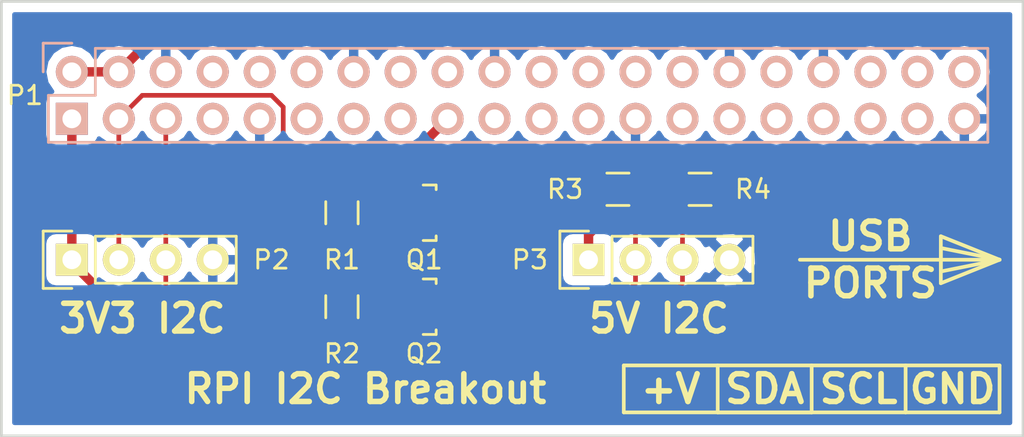
<source format=kicad_pcb>
(kicad_pcb (version 4) (host pcbnew 4.0.4+dfsg1-stable)

  (general
    (links 29)
    (no_connects 0)
    (area 147.244999 71.679999 202.640001 95.325001)
    (thickness 1.6)
    (drawings 36)
    (tracks 62)
    (zones 0)
    (modules 9)
    (nets 34)
  )

  (page A4)
  (layers
    (0 F.Cu signal)
    (31 B.Cu signal)
    (32 B.Adhes user)
    (33 F.Adhes user)
    (34 B.Paste user)
    (35 F.Paste user)
    (36 B.SilkS user)
    (37 F.SilkS user)
    (38 B.Mask user)
    (39 F.Mask user)
    (40 Dwgs.User user)
    (41 Cmts.User user)
    (42 Eco1.User user)
    (43 Eco2.User user)
    (44 Edge.Cuts user)
    (45 Margin user)
    (46 B.CrtYd user)
    (47 F.CrtYd user)
    (48 B.Fab user hide)
    (49 F.Fab user hide)
  )

  (setup
    (last_trace_width 0.254)
    (trace_clearance 0.2032)
    (zone_clearance 0.508)
    (zone_45_only no)
    (trace_min 0.2032)
    (segment_width 0.2)
    (edge_width 0.15)
    (via_size 0.635)
    (via_drill 0.3302)
    (via_min_size 0.635)
    (via_min_drill 0.3302)
    (uvia_size 0.635)
    (uvia_drill 0.3302)
    (uvias_allowed no)
    (uvia_min_size 0)
    (uvia_min_drill 0)
    (pcb_text_width 0.3)
    (pcb_text_size 1.5 1.5)
    (mod_edge_width 0.15)
    (mod_text_size 0.5 0.5)
    (mod_text_width 0.125)
    (pad_size 1.7272 1.7272)
    (pad_drill 1.016)
    (pad_to_mask_clearance 0.2)
    (aux_axis_origin 0 0)
    (visible_elements FFFFFF7F)
    (pcbplotparams
      (layerselection 0x00030_80000001)
      (usegerberextensions false)
      (excludeedgelayer true)
      (linewidth 0.100000)
      (plotframeref false)
      (viasonmask false)
      (mode 1)
      (useauxorigin false)
      (hpglpennumber 1)
      (hpglpenspeed 20)
      (hpglpendiameter 15)
      (hpglpenoverlay 2)
      (psnegative false)
      (psa4output false)
      (plotreference true)
      (plotvalue true)
      (plotinvisibletext false)
      (padsonsilk false)
      (subtractmaskfromsilk false)
      (outputformat 1)
      (mirror false)
      (drillshape 1)
      (scaleselection 1)
      (outputdirectory ""))
  )

  (net 0 "")
  (net 1 +3V3)
  (net 2 +5V)
  (net 3 /SDA1)
  (net 4 /SCL1)
  (net 5 GND)
  (net 6 "Net-(P1-Pad7)")
  (net 7 "Net-(P1-Pad8)")
  (net 8 "Net-(P1-Pad10)")
  (net 9 "Net-(P1-Pad11)")
  (net 10 "Net-(P1-Pad12)")
  (net 11 "Net-(P1-Pad13)")
  (net 12 "Net-(P1-Pad15)")
  (net 13 "Net-(P1-Pad16)")
  (net 14 "Net-(P1-Pad18)")
  (net 15 "Net-(P1-Pad19)")
  (net 16 "Net-(P1-Pad21)")
  (net 17 "Net-(P1-Pad22)")
  (net 18 "Net-(P1-Pad23)")
  (net 19 "Net-(P1-Pad24)")
  (net 20 "Net-(P1-Pad26)")
  (net 21 "Net-(P1-Pad29)")
  (net 22 "Net-(P1-Pad31)")
  (net 23 "Net-(P1-Pad32)")
  (net 24 "Net-(P1-Pad33)")
  (net 25 "Net-(P1-Pad35)")
  (net 26 "Net-(P1-Pad36)")
  (net 27 "Net-(P1-Pad37)")
  (net 28 "Net-(P1-Pad38)")
  (net 29 "Net-(P1-Pad40)")
  (net 30 /SDA1_5V)
  (net 31 /SCL1_5V)
  (net 32 "Net-(P1-Pad28)")
  (net 33 "Net-(P1-Pad27)")

  (net_class Default "This is the default net class."
    (clearance 0.2032)
    (trace_width 0.254)
    (via_dia 0.635)
    (via_drill 0.3302)
    (uvia_dia 0.635)
    (uvia_drill 0.3302)
    (add_net /SCL1)
    (add_net /SCL1_5V)
    (add_net /SDA1)
    (add_net /SDA1_5V)
    (add_net "Net-(P1-Pad10)")
    (add_net "Net-(P1-Pad11)")
    (add_net "Net-(P1-Pad12)")
    (add_net "Net-(P1-Pad13)")
    (add_net "Net-(P1-Pad15)")
    (add_net "Net-(P1-Pad16)")
    (add_net "Net-(P1-Pad18)")
    (add_net "Net-(P1-Pad19)")
    (add_net "Net-(P1-Pad21)")
    (add_net "Net-(P1-Pad22)")
    (add_net "Net-(P1-Pad23)")
    (add_net "Net-(P1-Pad24)")
    (add_net "Net-(P1-Pad26)")
    (add_net "Net-(P1-Pad27)")
    (add_net "Net-(P1-Pad28)")
    (add_net "Net-(P1-Pad29)")
    (add_net "Net-(P1-Pad31)")
    (add_net "Net-(P1-Pad32)")
    (add_net "Net-(P1-Pad33)")
    (add_net "Net-(P1-Pad35)")
    (add_net "Net-(P1-Pad36)")
    (add_net "Net-(P1-Pad37)")
    (add_net "Net-(P1-Pad38)")
    (add_net "Net-(P1-Pad40)")
    (add_net "Net-(P1-Pad7)")
    (add_net "Net-(P1-Pad8)")
  )

  (net_class Power ""
    (clearance 0.2032)
    (trace_width 0.508)
    (via_dia 0.635)
    (via_drill 0.3302)
    (uvia_dia 0.635)
    (uvia_drill 0.3302)
    (add_net +3V3)
    (add_net +5V)
    (add_net GND)
  )

  (module Pin_Headers:Pin_Header_Straight_1x04 (layer F.Cu) (tedit 586F7A60) (tstamp 586DF2EC)
    (at 179.07 85.725 90)
    (descr "Through hole pin header")
    (tags "pin header")
    (path /586DF4E1)
    (fp_text reference P3 (at 0 -3.175 180) (layer F.SilkS)
      (effects (font (size 1 1) (thickness 0.15)))
    )
    (fp_text value "I2C1 5V" (at 0 -3.1 90) (layer F.Fab)
      (effects (font (size 1 1) (thickness 0.15)))
    )
    (fp_line (start -1.75 -1.75) (end -1.75 9.4) (layer F.CrtYd) (width 0.05))
    (fp_line (start 1.75 -1.75) (end 1.75 9.4) (layer F.CrtYd) (width 0.05))
    (fp_line (start -1.75 -1.75) (end 1.75 -1.75) (layer F.CrtYd) (width 0.05))
    (fp_line (start -1.75 9.4) (end 1.75 9.4) (layer F.CrtYd) (width 0.05))
    (fp_line (start -1.27 1.27) (end -1.27 8.89) (layer F.SilkS) (width 0.15))
    (fp_line (start 1.27 1.27) (end 1.27 8.89) (layer F.SilkS) (width 0.15))
    (fp_line (start 1.55 -1.55) (end 1.55 0) (layer F.SilkS) (width 0.15))
    (fp_line (start -1.27 8.89) (end 1.27 8.89) (layer F.SilkS) (width 0.15))
    (fp_line (start 1.27 1.27) (end -1.27 1.27) (layer F.SilkS) (width 0.15))
    (fp_line (start -1.55 0) (end -1.55 -1.55) (layer F.SilkS) (width 0.15))
    (fp_line (start -1.55 -1.55) (end 1.55 -1.55) (layer F.SilkS) (width 0.15))
    (pad 1 thru_hole rect (at 0 0 90) (size 1.7272 1.7272) (drill 1.016) (layers *.Cu *.Mask F.SilkS)
      (net 2 +5V))
    (pad 2 thru_hole circle (at 0 2.54 90) (size 1.7272 1.7272) (drill 1.016) (layers *.Cu *.Mask F.SilkS)
      (net 30 /SDA1_5V))
    (pad 3 thru_hole oval (at 0 5.08 90) (size 1.7272 1.7272) (drill 1.016) (layers *.Cu *.Mask F.SilkS)
      (net 31 /SCL1_5V))
    (pad 4 thru_hole circle (at 0 7.62 90) (size 1.7272 1.7272) (drill 1.016) (layers *.Cu *.Mask F.SilkS)
      (net 5 GND))
    (model Pin_Headers.3dshapes/Pin_Header_Straight_1x04.wrl
      (at (xyz 0 -0.15 0))
      (scale (xyz 1 1 1))
      (rotate (xyz 0 0 90))
    )
  )

  (module Pin_Headers:Pin_Header_Straight_2x20 (layer B.Cu) (tedit 586F02E2) (tstamp 586DF2E4)
    (at 151.13 75.565 270)
    (descr "Through hole pin header")
    (tags "pin header")
    (path /586DE4ED)
    (fp_text reference P1 (at 1.27 2.54 360) (layer F.SilkS)
      (effects (font (size 1 1) (thickness 0.15)))
    )
    (fp_text value CONN_01X40 (at 0.635 1.905 270) (layer B.Fab)
      (effects (font (size 1 1) (thickness 0.15)) (justify mirror))
    )
    (fp_line (start -1.75 1.75) (end -1.75 -50.05) (layer B.CrtYd) (width 0.05))
    (fp_line (start 4.3 1.75) (end 4.3 -50.05) (layer B.CrtYd) (width 0.05))
    (fp_line (start -1.75 1.75) (end 4.3 1.75) (layer B.CrtYd) (width 0.05))
    (fp_line (start -1.75 -50.05) (end 4.3 -50.05) (layer B.CrtYd) (width 0.05))
    (fp_line (start 3.81 -49.53) (end 3.81 1.27) (layer B.SilkS) (width 0.15))
    (fp_line (start -1.27 -1.27) (end -1.27 -49.53) (layer B.SilkS) (width 0.15))
    (fp_line (start 3.81 -49.53) (end -1.27 -49.53) (layer B.SilkS) (width 0.15))
    (fp_line (start 3.81 1.27) (end 1.27 1.27) (layer B.SilkS) (width 0.15))
    (fp_line (start 0 1.55) (end -1.55 1.55) (layer B.SilkS) (width 0.15))
    (fp_line (start 1.27 1.27) (end 1.27 -1.27) (layer B.SilkS) (width 0.15))
    (fp_line (start 1.27 -1.27) (end -1.27 -1.27) (layer B.SilkS) (width 0.15))
    (fp_line (start -1.55 1.55) (end -1.55 0) (layer B.SilkS) (width 0.15))
    (pad 2 thru_hole oval (at 0 0 270) (size 1.7272 1.7272) (drill 1.016) (layers *.Cu *.Mask B.SilkS)
      (net 2 +5V))
    (pad 1 thru_hole rect (at 2.54 0 270) (size 1.7272 1.7272) (drill 1.016) (layers *.Cu *.Mask B.SilkS)
      (net 1 +3V3))
    (pad 4 thru_hole oval (at 0 -2.54 270) (size 1.7272 1.7272) (drill 1.016) (layers *.Cu *.Mask B.SilkS)
      (net 2 +5V))
    (pad 3 thru_hole oval (at 2.54 -2.54 270) (size 1.7272 1.7272) (drill 1.016) (layers *.Cu *.Mask B.SilkS)
      (net 3 /SDA1))
    (pad 6 thru_hole oval (at 0 -5.08 270) (size 1.7272 1.7272) (drill 1.016) (layers *.Cu *.Mask B.SilkS)
      (net 5 GND))
    (pad 5 thru_hole oval (at 2.54 -5.08 270) (size 1.7272 1.7272) (drill 1.016) (layers *.Cu *.Mask B.SilkS)
      (net 4 /SCL1))
    (pad 8 thru_hole oval (at 0 -7.62 270) (size 1.7272 1.7272) (drill 1.016) (layers *.Cu *.Mask B.SilkS)
      (net 7 "Net-(P1-Pad8)"))
    (pad 7 thru_hole oval (at 2.54 -7.62 270) (size 1.7272 1.7272) (drill 1.016) (layers *.Cu *.Mask B.SilkS)
      (net 6 "Net-(P1-Pad7)"))
    (pad 10 thru_hole oval (at 0 -10.16 270) (size 1.7272 1.7272) (drill 1.016) (layers *.Cu *.Mask B.SilkS)
      (net 8 "Net-(P1-Pad10)"))
    (pad 9 thru_hole oval (at 2.54 -10.16 270) (size 1.7272 1.7272) (drill 1.016) (layers *.Cu *.Mask B.SilkS)
      (net 5 GND))
    (pad 12 thru_hole oval (at 0 -12.7 270) (size 1.7272 1.7272) (drill 1.016) (layers *.Cu *.Mask B.SilkS)
      (net 10 "Net-(P1-Pad12)"))
    (pad 11 thru_hole oval (at 2.54 -12.7 270) (size 1.7272 1.7272) (drill 1.016) (layers *.Cu *.Mask B.SilkS)
      (net 9 "Net-(P1-Pad11)"))
    (pad 14 thru_hole oval (at 0 -15.24 270) (size 1.7272 1.7272) (drill 1.016) (layers *.Cu *.Mask B.SilkS)
      (net 5 GND))
    (pad 13 thru_hole oval (at 2.54 -15.24 270) (size 1.7272 1.7272) (drill 1.016) (layers *.Cu *.Mask B.SilkS)
      (net 11 "Net-(P1-Pad13)"))
    (pad 16 thru_hole oval (at 0 -17.78 270) (size 1.7272 1.7272) (drill 1.016) (layers *.Cu *.Mask B.SilkS)
      (net 13 "Net-(P1-Pad16)"))
    (pad 15 thru_hole oval (at 2.54 -17.78 270) (size 1.7272 1.7272) (drill 1.016) (layers *.Cu *.Mask B.SilkS)
      (net 12 "Net-(P1-Pad15)"))
    (pad 18 thru_hole oval (at 0 -20.32 270) (size 1.7272 1.7272) (drill 1.016) (layers *.Cu *.Mask B.SilkS)
      (net 14 "Net-(P1-Pad18)"))
    (pad 17 thru_hole oval (at 2.54 -20.32 270) (size 1.7272 1.7272) (drill 1.016) (layers *.Cu *.Mask B.SilkS)
      (net 1 +3V3))
    (pad 20 thru_hole oval (at 0 -22.86 270) (size 1.7272 1.7272) (drill 1.016) (layers *.Cu *.Mask B.SilkS)
      (net 5 GND))
    (pad 19 thru_hole oval (at 2.54 -22.86 270) (size 1.7272 1.7272) (drill 1.016) (layers *.Cu *.Mask B.SilkS)
      (net 15 "Net-(P1-Pad19)"))
    (pad 22 thru_hole oval (at 0 -25.4 270) (size 1.7272 1.7272) (drill 1.016) (layers *.Cu *.Mask B.SilkS)
      (net 17 "Net-(P1-Pad22)"))
    (pad 21 thru_hole oval (at 2.54 -25.4 270) (size 1.7272 1.7272) (drill 1.016) (layers *.Cu *.Mask B.SilkS)
      (net 16 "Net-(P1-Pad21)"))
    (pad 24 thru_hole oval (at 0 -27.94 270) (size 1.7272 1.7272) (drill 1.016) (layers *.Cu *.Mask B.SilkS)
      (net 19 "Net-(P1-Pad24)"))
    (pad 23 thru_hole oval (at 2.54 -27.94 270) (size 1.7272 1.7272) (drill 1.016) (layers *.Cu *.Mask B.SilkS)
      (net 18 "Net-(P1-Pad23)"))
    (pad 26 thru_hole oval (at 0 -30.48 270) (size 1.7272 1.7272) (drill 1.016) (layers *.Cu *.Mask B.SilkS)
      (net 20 "Net-(P1-Pad26)"))
    (pad 25 thru_hole oval (at 2.54 -30.48 270) (size 1.7272 1.7272) (drill 1.016) (layers *.Cu *.Mask B.SilkS)
      (net 5 GND))
    (pad 28 thru_hole oval (at 0 -33.02 270) (size 1.7272 1.7272) (drill 1.016) (layers *.Cu *.Mask B.SilkS)
      (net 32 "Net-(P1-Pad28)"))
    (pad 27 thru_hole oval (at 2.54 -33.02 270) (size 1.7272 1.7272) (drill 1.016) (layers *.Cu *.Mask B.SilkS)
      (net 33 "Net-(P1-Pad27)"))
    (pad 30 thru_hole oval (at 0 -35.56 270) (size 1.7272 1.7272) (drill 1.016) (layers *.Cu *.Mask B.SilkS)
      (net 5 GND))
    (pad 29 thru_hole oval (at 2.54 -35.56 270) (size 1.7272 1.7272) (drill 1.016) (layers *.Cu *.Mask B.SilkS)
      (net 21 "Net-(P1-Pad29)"))
    (pad 32 thru_hole oval (at 0 -38.1 270) (size 1.7272 1.7272) (drill 1.016) (layers *.Cu *.Mask B.SilkS)
      (net 23 "Net-(P1-Pad32)"))
    (pad 31 thru_hole oval (at 2.54 -38.1 270) (size 1.7272 1.7272) (drill 1.016) (layers *.Cu *.Mask B.SilkS)
      (net 22 "Net-(P1-Pad31)"))
    (pad 34 thru_hole oval (at 0 -40.64 270) (size 1.7272 1.7272) (drill 1.016) (layers *.Cu *.Mask B.SilkS)
      (net 5 GND))
    (pad 33 thru_hole oval (at 2.54 -40.64 270) (size 1.7272 1.7272) (drill 1.016) (layers *.Cu *.Mask B.SilkS)
      (net 24 "Net-(P1-Pad33)"))
    (pad 36 thru_hole oval (at 0 -43.18 270) (size 1.7272 1.7272) (drill 1.016) (layers *.Cu *.Mask B.SilkS)
      (net 26 "Net-(P1-Pad36)"))
    (pad 35 thru_hole oval (at 2.54 -43.18 270) (size 1.7272 1.7272) (drill 1.016) (layers *.Cu *.Mask B.SilkS)
      (net 25 "Net-(P1-Pad35)"))
    (pad 38 thru_hole oval (at 0 -45.72 270) (size 1.7272 1.7272) (drill 1.016) (layers *.Cu *.Mask B.SilkS)
      (net 28 "Net-(P1-Pad38)"))
    (pad 37 thru_hole oval (at 2.54 -45.72 270) (size 1.7272 1.7272) (drill 1.016) (layers *.Cu *.Mask B.SilkS)
      (net 27 "Net-(P1-Pad37)"))
    (pad 40 thru_hole oval (at 0 -48.26 270) (size 1.7272 1.7272) (drill 1.016) (layers *.Cu *.Mask B.SilkS)
      (net 29 "Net-(P1-Pad40)"))
    (pad 39 thru_hole oval (at 2.54 -48.26 270) (size 1.7272 1.7272) (drill 1.016) (layers *.Cu *.Mask B.SilkS)
      (net 5 GND))
    (model Pin_Headers.3dshapes/Pin_Header_Straight_2x20.wrl
      (at (xyz 0.05 -0.95 0))
      (scale (xyz 1 1 1))
      (rotate (xyz 0 0 90))
    )
  )

  (module TO_SOT_Packages_SMD:SOT-23 (layer F.Cu) (tedit 553634F8) (tstamp 586DF320)
    (at 170.18 88.265 270)
    (descr "SOT-23, Standard")
    (tags SOT-23)
    (path /586DEBA0)
    (attr smd)
    (fp_text reference Q2 (at 2.54 0 360) (layer F.SilkS)
      (effects (font (size 1 1) (thickness 0.15)))
    )
    (fp_text value BSS138 (at 0 2.3 270) (layer F.Fab)
      (effects (font (size 1 1) (thickness 0.15)))
    )
    (fp_line (start -1.65 -1.6) (end 1.65 -1.6) (layer F.CrtYd) (width 0.05))
    (fp_line (start 1.65 -1.6) (end 1.65 1.6) (layer F.CrtYd) (width 0.05))
    (fp_line (start 1.65 1.6) (end -1.65 1.6) (layer F.CrtYd) (width 0.05))
    (fp_line (start -1.65 1.6) (end -1.65 -1.6) (layer F.CrtYd) (width 0.05))
    (fp_line (start 1.29916 -0.65024) (end 1.2509 -0.65024) (layer F.SilkS) (width 0.15))
    (fp_line (start -1.49982 0.0508) (end -1.49982 -0.65024) (layer F.SilkS) (width 0.15))
    (fp_line (start -1.49982 -0.65024) (end -1.2509 -0.65024) (layer F.SilkS) (width 0.15))
    (fp_line (start 1.29916 -0.65024) (end 1.49982 -0.65024) (layer F.SilkS) (width 0.15))
    (fp_line (start 1.49982 -0.65024) (end 1.49982 0.0508) (layer F.SilkS) (width 0.15))
    (pad 1 smd rect (at -0.95 1.00076 270) (size 0.8001 0.8001) (layers F.Cu F.Paste F.Mask)
      (net 1 +3V3))
    (pad 2 smd rect (at 0.95 1.00076 270) (size 0.8001 0.8001) (layers F.Cu F.Paste F.Mask)
      (net 4 /SCL1))
    (pad 3 smd rect (at 0 -0.99822 270) (size 0.8001 0.8001) (layers F.Cu F.Paste F.Mask)
      (net 31 /SCL1_5V))
    (model TO_SOT_Packages_SMD.3dshapes/SOT-23.wrl
      (at (xyz 0 0 0))
      (scale (xyz 1 1 1))
      (rotate (xyz 0 0 0))
    )
  )

  (module Pin_Headers:Pin_Header_Straight_1x04 (layer F.Cu) (tedit 586F7A6E) (tstamp 586DF304)
    (at 151.13 85.725 90)
    (descr "Through hole pin header")
    (tags "pin header")
    (path /586DF8DA)
    (fp_text reference P2 (at 0 10.795 180) (layer F.SilkS)
      (effects (font (size 1 1) (thickness 0.15)))
    )
    (fp_text value "I2C0 3V3" (at 0 -3.1 90) (layer F.Fab)
      (effects (font (size 1 1) (thickness 0.15)))
    )
    (fp_line (start -1.75 -1.75) (end -1.75 9.4) (layer F.CrtYd) (width 0.05))
    (fp_line (start 1.75 -1.75) (end 1.75 9.4) (layer F.CrtYd) (width 0.05))
    (fp_line (start -1.75 -1.75) (end 1.75 -1.75) (layer F.CrtYd) (width 0.05))
    (fp_line (start -1.75 9.4) (end 1.75 9.4) (layer F.CrtYd) (width 0.05))
    (fp_line (start -1.27 1.27) (end -1.27 8.89) (layer F.SilkS) (width 0.15))
    (fp_line (start 1.27 1.27) (end 1.27 8.89) (layer F.SilkS) (width 0.15))
    (fp_line (start 1.55 -1.55) (end 1.55 0) (layer F.SilkS) (width 0.15))
    (fp_line (start -1.27 8.89) (end 1.27 8.89) (layer F.SilkS) (width 0.15))
    (fp_line (start 1.27 1.27) (end -1.27 1.27) (layer F.SilkS) (width 0.15))
    (fp_line (start -1.55 0) (end -1.55 -1.55) (layer F.SilkS) (width 0.15))
    (fp_line (start -1.55 -1.55) (end 1.55 -1.55) (layer F.SilkS) (width 0.15))
    (pad 1 thru_hole rect (at 0 0 90) (size 1.7272 1.7272) (drill 1.016) (layers *.Cu *.Mask F.SilkS)
      (net 1 +3V3))
    (pad 2 thru_hole oval (at 0 2.54 90) (size 1.7272 1.7272) (drill 1.016) (layers *.Cu *.Mask F.SilkS)
      (net 3 /SDA1))
    (pad 3 thru_hole oval (at 0 5.08 90) (size 1.7272 1.7272) (drill 1.016) (layers *.Cu *.Mask F.SilkS)
      (net 4 /SCL1))
    (pad 4 thru_hole oval (at 0 7.62 90) (size 1.7272 1.7272) (drill 1.016) (layers *.Cu *.Mask F.SilkS)
      (net 5 GND))
    (model Pin_Headers.3dshapes/Pin_Header_Straight_1x04.wrl
      (at (xyz 0 -0.15 0))
      (scale (xyz 1 1 1))
      (rotate (xyz 0 0 90))
    )
  )

  (module TO_SOT_Packages_SMD:SOT-23 (layer F.Cu) (tedit 553634F8) (tstamp 586DF312)
    (at 170.18 83.185 270)
    (descr "SOT-23, Standard")
    (tags SOT-23)
    (path /586DEA34)
    (attr smd)
    (fp_text reference Q1 (at 2.54 0 360) (layer F.SilkS)
      (effects (font (size 1 1) (thickness 0.15)))
    )
    (fp_text value BSS138 (at 0 2.3 270) (layer F.Fab)
      (effects (font (size 1 1) (thickness 0.15)))
    )
    (fp_line (start -1.65 -1.6) (end 1.65 -1.6) (layer F.CrtYd) (width 0.05))
    (fp_line (start 1.65 -1.6) (end 1.65 1.6) (layer F.CrtYd) (width 0.05))
    (fp_line (start 1.65 1.6) (end -1.65 1.6) (layer F.CrtYd) (width 0.05))
    (fp_line (start -1.65 1.6) (end -1.65 -1.6) (layer F.CrtYd) (width 0.05))
    (fp_line (start 1.29916 -0.65024) (end 1.2509 -0.65024) (layer F.SilkS) (width 0.15))
    (fp_line (start -1.49982 0.0508) (end -1.49982 -0.65024) (layer F.SilkS) (width 0.15))
    (fp_line (start -1.49982 -0.65024) (end -1.2509 -0.65024) (layer F.SilkS) (width 0.15))
    (fp_line (start 1.29916 -0.65024) (end 1.49982 -0.65024) (layer F.SilkS) (width 0.15))
    (fp_line (start 1.49982 -0.65024) (end 1.49982 0.0508) (layer F.SilkS) (width 0.15))
    (pad 1 smd rect (at -0.95 1.00076 270) (size 0.8001 0.8001) (layers F.Cu F.Paste F.Mask)
      (net 1 +3V3))
    (pad 2 smd rect (at 0.95 1.00076 270) (size 0.8001 0.8001) (layers F.Cu F.Paste F.Mask)
      (net 3 /SDA1))
    (pad 3 smd rect (at 0 -0.99822 270) (size 0.8001 0.8001) (layers F.Cu F.Paste F.Mask)
      (net 30 /SDA1_5V))
    (model TO_SOT_Packages_SMD.3dshapes/SOT-23.wrl
      (at (xyz 0 0 0))
      (scale (xyz 1 1 1))
      (rotate (xyz 0 0 0))
    )
  )

  (module Resistors_SMD:R_0805 (layer F.Cu) (tedit 5415CDEB) (tstamp 586DF32C)
    (at 165.735 83.185 270)
    (descr "Resistor SMD 0805, reflow soldering, Vishay (see dcrcw.pdf)")
    (tags "resistor 0805")
    (path /586E13B9)
    (attr smd)
    (fp_text reference R1 (at 2.54 0 360) (layer F.SilkS)
      (effects (font (size 1 1) (thickness 0.15)))
    )
    (fp_text value R (at 0 2.1 270) (layer F.Fab)
      (effects (font (size 1 1) (thickness 0.15)))
    )
    (fp_line (start -1.6 -1) (end 1.6 -1) (layer F.CrtYd) (width 0.05))
    (fp_line (start -1.6 1) (end 1.6 1) (layer F.CrtYd) (width 0.05))
    (fp_line (start -1.6 -1) (end -1.6 1) (layer F.CrtYd) (width 0.05))
    (fp_line (start 1.6 -1) (end 1.6 1) (layer F.CrtYd) (width 0.05))
    (fp_line (start 0.6 0.875) (end -0.6 0.875) (layer F.SilkS) (width 0.15))
    (fp_line (start -0.6 -0.875) (end 0.6 -0.875) (layer F.SilkS) (width 0.15))
    (pad 1 smd rect (at -0.95 0 270) (size 0.7 1.3) (layers F.Cu F.Paste F.Mask)
      (net 1 +3V3))
    (pad 2 smd rect (at 0.95 0 270) (size 0.7 1.3) (layers F.Cu F.Paste F.Mask)
      (net 3 /SDA1))
    (model Resistors_SMD.3dshapes/R_0805.wrl
      (at (xyz 0 0 0))
      (scale (xyz 1 1 1))
      (rotate (xyz 0 0 0))
    )
  )

  (module Resistors_SMD:R_0805 (layer F.Cu) (tedit 5415CDEB) (tstamp 586DF33E)
    (at 165.735 88.265 270)
    (descr "Resistor SMD 0805, reflow soldering, Vishay (see dcrcw.pdf)")
    (tags "resistor 0805")
    (path /586E14CF)
    (attr smd)
    (fp_text reference R2 (at 2.54 0 360) (layer F.SilkS)
      (effects (font (size 1 1) (thickness 0.15)))
    )
    (fp_text value R (at 0 2.1 270) (layer F.Fab)
      (effects (font (size 1 1) (thickness 0.15)))
    )
    (fp_line (start -1.6 -1) (end 1.6 -1) (layer F.CrtYd) (width 0.05))
    (fp_line (start -1.6 1) (end 1.6 1) (layer F.CrtYd) (width 0.05))
    (fp_line (start -1.6 -1) (end -1.6 1) (layer F.CrtYd) (width 0.05))
    (fp_line (start 1.6 -1) (end 1.6 1) (layer F.CrtYd) (width 0.05))
    (fp_line (start 0.6 0.875) (end -0.6 0.875) (layer F.SilkS) (width 0.15))
    (fp_line (start -0.6 -0.875) (end 0.6 -0.875) (layer F.SilkS) (width 0.15))
    (pad 1 smd rect (at -0.95 0 270) (size 0.7 1.3) (layers F.Cu F.Paste F.Mask)
      (net 1 +3V3))
    (pad 2 smd rect (at 0.95 0 270) (size 0.7 1.3) (layers F.Cu F.Paste F.Mask)
      (net 4 /SCL1))
    (model Resistors_SMD.3dshapes/R_0805.wrl
      (at (xyz 0 0 0))
      (scale (xyz 1 1 1))
      (rotate (xyz 0 0 0))
    )
  )

  (module Resistors_SMD:R_0805 (layer F.Cu) (tedit 5415CDEB) (tstamp 586DF350)
    (at 180.66 81.915)
    (descr "Resistor SMD 0805, reflow soldering, Vishay (see dcrcw.pdf)")
    (tags "resistor 0805")
    (path /586E2CD8)
    (attr smd)
    (fp_text reference R3 (at -2.86 0) (layer F.SilkS)
      (effects (font (size 1 1) (thickness 0.15)))
    )
    (fp_text value 10k (at 0 2.1 180) (layer F.Fab)
      (effects (font (size 1 1) (thickness 0.15)))
    )
    (fp_line (start -1.6 -1) (end 1.6 -1) (layer F.CrtYd) (width 0.05))
    (fp_line (start -1.6 1) (end 1.6 1) (layer F.CrtYd) (width 0.05))
    (fp_line (start -1.6 -1) (end -1.6 1) (layer F.CrtYd) (width 0.05))
    (fp_line (start 1.6 -1) (end 1.6 1) (layer F.CrtYd) (width 0.05))
    (fp_line (start 0.6 0.875) (end -0.6 0.875) (layer F.SilkS) (width 0.15))
    (fp_line (start -0.6 -0.875) (end 0.6 -0.875) (layer F.SilkS) (width 0.15))
    (pad 1 smd rect (at -0.95 0) (size 0.7 1.3) (layers F.Cu F.Paste F.Mask)
      (net 2 +5V))
    (pad 2 smd rect (at 0.95 0) (size 0.7 1.3) (layers F.Cu F.Paste F.Mask)
      (net 30 /SDA1_5V))
    (model Resistors_SMD.3dshapes/R_0805.wrl
      (at (xyz 0 0 0))
      (scale (xyz 1 1 1))
      (rotate (xyz 0 0 0))
    )
  )

  (module Resistors_SMD:R_0805 (layer F.Cu) (tedit 5415CDEB) (tstamp 586DF35C)
    (at 185.1 81.915 180)
    (descr "Resistor SMD 0805, reflow soldering, Vishay (see dcrcw.pdf)")
    (tags "resistor 0805")
    (path /586E2DE8)
    (attr smd)
    (fp_text reference R4 (at -2.86 0 180) (layer F.SilkS)
      (effects (font (size 1 1) (thickness 0.15)))
    )
    (fp_text value 10k (at 0 2.1 360) (layer F.Fab)
      (effects (font (size 1 1) (thickness 0.15)))
    )
    (fp_line (start -1.6 -1) (end 1.6 -1) (layer F.CrtYd) (width 0.05))
    (fp_line (start -1.6 1) (end 1.6 1) (layer F.CrtYd) (width 0.05))
    (fp_line (start -1.6 -1) (end -1.6 1) (layer F.CrtYd) (width 0.05))
    (fp_line (start 1.6 -1) (end 1.6 1) (layer F.CrtYd) (width 0.05))
    (fp_line (start 0.6 0.875) (end -0.6 0.875) (layer F.SilkS) (width 0.15))
    (fp_line (start -0.6 -0.875) (end 0.6 -0.875) (layer F.SilkS) (width 0.15))
    (pad 1 smd rect (at -0.95 0 180) (size 0.7 1.3) (layers F.Cu F.Paste F.Mask)
      (net 2 +5V))
    (pad 2 smd rect (at 0.95 0 180) (size 0.7 1.3) (layers F.Cu F.Paste F.Mask)
      (net 31 /SCL1_5V))
    (model Resistors_SMD.3dshapes/R_0805.wrl
      (at (xyz 0 0 0))
      (scale (xyz 1 1 1))
      (rotate (xyz 0 0 0))
    )
  )

  (gr_text "RPI I2C Breakout" (at 167.005 92.71) (layer F.SilkS)
    (effects (font (size 1.5 1.5) (thickness 0.3)))
  )
  (gr_text "JCF 2017\nREV A" (at 151.13 92.71) (layer F.Mask) (tstamp 586F802C)
    (effects (font (size 0.762 0.762) (thickness 0.1905)))
  )
  (gr_text "JCF 2017\nREV A" (at 151.13 92.71) (layer F.Cu)
    (effects (font (size 0.762 0.762) (thickness 0.1905)))
  )
  (gr_text PORTS (at 194.31 86.995) (layer F.SilkS)
    (effects (font (size 1.5 1.5) (thickness 0.3)))
  )
  (gr_text "3V3 I2C" (at 154.94 88.9) (layer F.SilkS)
    (effects (font (size 1.5 1.5) (thickness 0.3)))
  )
  (gr_text "5V I2C" (at 182.88 88.9) (layer F.SilkS)
    (effects (font (size 1.5 1.5) (thickness 0.3)))
  )
  (gr_text USB (at 194.31 84.455) (layer F.SilkS)
    (effects (font (size 1.5 1.5) (thickness 0.3)))
  )
  (gr_line (start 198.12 85.09) (end 201.295 85.725) (layer F.SilkS) (width 0.2))
  (gr_line (start 198.12 86.36) (end 198.12 85.09) (layer F.SilkS) (width 0.2))
  (gr_line (start 201.295 85.725) (end 198.12 86.36) (layer F.SilkS) (width 0.2))
  (gr_line (start 198.12 86.995) (end 201.295 85.725) (layer F.SilkS) (width 0.2))
  (gr_line (start 198.12 84.455) (end 198.12 86.995) (layer F.SilkS) (width 0.2))
  (gr_line (start 201.295 85.725) (end 198.12 84.455) (layer F.SilkS) (width 0.2))
  (gr_line (start 190.5 85.725) (end 201.295 85.725) (layer F.SilkS) (width 0.2))
  (gr_line (start 180.975 91.44) (end 186.055 91.44) (layer F.SilkS) (width 0.2))
  (gr_line (start 180.975 93.98) (end 180.975 91.44) (layer F.SilkS) (width 0.2))
  (gr_line (start 186.055 93.98) (end 180.975 93.98) (layer F.SilkS) (width 0.2))
  (gr_line (start 201.295 91.44) (end 196.215 91.44) (layer F.SilkS) (width 0.2))
  (gr_line (start 201.295 93.98) (end 201.295 91.44) (layer F.SilkS) (width 0.2))
  (gr_line (start 196.215 93.98) (end 201.295 93.98) (layer F.SilkS) (width 0.2))
  (gr_line (start 196.215 91.44) (end 191.135 91.44) (layer F.SilkS) (width 0.2))
  (gr_line (start 196.215 93.98) (end 196.215 91.44) (layer F.SilkS) (width 0.2))
  (gr_line (start 191.135 93.98) (end 196.215 93.98) (layer F.SilkS) (width 0.2))
  (gr_line (start 186.055 93.98) (end 191.135 93.98) (layer F.SilkS) (width 0.2))
  (gr_line (start 191.135 93.98) (end 186.055 93.98) (layer F.SilkS) (width 0.2))
  (gr_line (start 191.135 91.44) (end 191.135 93.98) (layer F.SilkS) (width 0.2))
  (gr_line (start 186.055 91.44) (end 191.135 91.44) (layer F.SilkS) (width 0.2))
  (gr_line (start 186.055 93.98) (end 186.055 91.44) (layer F.SilkS) (width 0.2))
  (gr_text GND (at 198.755 92.71) (layer F.SilkS)
    (effects (font (size 1.5 1.5) (thickness 0.3)))
  )
  (gr_text SCL (at 193.675 92.71) (layer F.SilkS)
    (effects (font (size 1.5 1.5) (thickness 0.3)))
  )
  (gr_text SDA (at 188.595 92.71) (layer F.SilkS)
    (effects (font (size 1.5 1.5) (thickness 0.3)))
  )
  (gr_text +V (at 183.515 92.71) (layer F.SilkS)
    (effects (font (size 1.5 1.5) (thickness 0.3)))
  )
  (gr_line (start 147.32 71.755) (end 147.32 95.25) (layer Edge.Cuts) (width 0.15))
  (gr_line (start 202.565 95.25) (end 147.32 95.25) (layer Edge.Cuts) (width 0.15))
  (gr_line (start 202.565 71.755) (end 202.565 95.25) (layer Edge.Cuts) (width 0.15))
  (gr_line (start 147.32 71.755) (end 202.565 71.755) (layer Edge.Cuts) (width 0.15))

  (segment (start 169.17924 87.315) (end 169.23 87.315) (width 0.508) (layer F.Cu) (net 1) (status 30))
  (segment (start 169.23 87.315) (end 170.18 88.265) (width 0.508) (layer F.Cu) (net 1) (status 10))
  (segment (start 154.1526 88.9) (end 151.13 85.8774) (width 0.508) (layer F.Cu) (net 1) (status 20))
  (segment (start 170.18 88.265) (end 170.18 89.837302) (width 0.508) (layer F.Cu) (net 1))
  (segment (start 170.18 89.837302) (end 169.847302 90.17) (width 0.508) (layer F.Cu) (net 1))
  (segment (start 169.847302 90.17) (end 164.867038 90.17) (width 0.508) (layer F.Cu) (net 1))
  (segment (start 164.867038 90.17) (end 163.597038 88.9) (width 0.508) (layer F.Cu) (net 1))
  (segment (start 163.597038 88.9) (end 154.1526 88.9) (width 0.508) (layer F.Cu) (net 1))
  (segment (start 151.13 85.8774) (end 151.13 85.725) (width 0.508) (layer F.Cu) (net 1) (status 30))
  (segment (start 165.735 82.235) (end 169.17924 82.235) (width 0.508) (layer F.Cu) (net 1) (status 30))
  (segment (start 169.17924 87.315) (end 165.735 87.315) (width 0.508) (layer F.Cu) (net 1) (status 30))
  (segment (start 169.225 87.315) (end 170.18 86.36) (width 0.508) (layer F.Cu) (net 1) (status 10))
  (segment (start 169.17924 87.315) (end 169.225 87.315) (width 0.508) (layer F.Cu) (net 1) (status 30))
  (segment (start 170.18 83.185) (end 170.18 86.36) (width 0.508) (layer F.Cu) (net 1))
  (segment (start 169.23 82.235) (end 170.18 83.185) (width 0.508) (layer F.Cu) (net 1) (status 10))
  (segment (start 169.17924 82.235) (end 169.23 82.235) (width 0.508) (layer F.Cu) (net 1) (status 30))
  (segment (start 169.17924 82.235) (end 169.17924 80.37576) (width 0.508) (layer F.Cu) (net 1) (status 10))
  (segment (start 169.17924 80.37576) (end 171.45 78.105) (width 0.508) (layer F.Cu) (net 1) (status 20))
  (segment (start 151.13 85.725) (end 151.13 78.105) (width 0.508) (layer F.Cu) (net 1) (status 30))
  (segment (start 186.05 81.915) (end 186.05 80.757) (width 0.508) (layer F.Cu) (net 2))
  (segment (start 186.05 80.757) (end 185.303 80.01) (width 0.508) (layer F.Cu) (net 2))
  (segment (start 185.303 80.01) (end 180.34 80.01) (width 0.508) (layer F.Cu) (net 2))
  (segment (start 180.34 80.01) (end 179.71 80.64) (width 0.508) (layer F.Cu) (net 2))
  (segment (start 179.71 80.64) (end 179.71 81.915) (width 0.508) (layer F.Cu) (net 2))
  (segment (start 179.07 85.725) (end 179.07 84.3534) (width 0.508) (layer F.Cu) (net 2))
  (segment (start 179.07 84.3534) (end 179.71 83.7134) (width 0.508) (layer F.Cu) (net 2))
  (segment (start 179.71 83.7134) (end 179.71 81.915) (width 0.508) (layer F.Cu) (net 2))
  (segment (start 186.685 81.915) (end 186.05 81.915) (width 0.508) (layer F.Cu) (net 2))
  (segment (start 153.67 75.565) (end 155.575 73.66) (width 0.508) (layer F.Cu) (net 2) (status 10))
  (segment (start 155.575 73.66) (end 200.025 73.66) (width 0.508) (layer F.Cu) (net 2))
  (segment (start 200.025 73.66) (end 201.295 74.93) (width 0.508) (layer F.Cu) (net 2))
  (segment (start 201.295 74.93) (end 201.295 78.74) (width 0.508) (layer F.Cu) (net 2))
  (segment (start 201.295 78.74) (end 198.12 81.915) (width 0.508) (layer F.Cu) (net 2))
  (segment (start 198.12 81.915) (end 186.685 81.915) (width 0.508) (layer F.Cu) (net 2) (status 20))
  (segment (start 179.71 81.915) (end 179.71 81.615) (width 0.508) (layer F.Cu) (net 2) (status 30))
  (segment (start 179.71 81.615) (end 179.705 81.61) (width 0.508) (layer F.Cu) (net 2) (status 30))
  (segment (start 151.13 75.565) (end 153.67 75.565) (width 0.508) (layer F.Cu) (net 2) (status 30))
  (segment (start 162.56 82.55) (end 164.145 84.135) (width 0.254) (layer F.Cu) (net 3))
  (segment (start 162.56 77.47) (end 162.56 82.55) (width 0.254) (layer F.Cu) (net 3))
  (segment (start 161.925 76.835) (end 162.56 77.47) (width 0.254) (layer F.Cu) (net 3))
  (segment (start 154.94 76.835) (end 161.925 76.835) (width 0.254) (layer F.Cu) (net 3))
  (segment (start 153.67 78.105) (end 154.94 76.835) (width 0.254) (layer F.Cu) (net 3))
  (segment (start 169.17924 84.135) (end 165.735 84.135) (width 0.254) (layer F.Cu) (net 3) (status 30))
  (segment (start 164.145 84.135) (end 165.735 84.135) (width 0.254) (layer F.Cu) (net 3) (status 20))
  (segment (start 153.67 85.725) (end 153.67 78.105) (width 0.254) (layer F.Cu) (net 3) (status 30))
  (segment (start 165.735 89.215) (end 169.17924 89.215) (width 0.254) (layer F.Cu) (net 4) (status 30))
  (segment (start 156.21 85.725) (end 156.21 87.63) (width 0.254) (layer F.Cu) (net 4) (status 10))
  (segment (start 156.21 87.63) (end 156.845 88.265) (width 0.254) (layer F.Cu) (net 4))
  (segment (start 156.845 88.265) (end 164.465 88.265) (width 0.254) (layer F.Cu) (net 4))
  (segment (start 164.465 88.265) (end 165.415 89.215) (width 0.254) (layer F.Cu) (net 4) (status 20))
  (segment (start 165.415 89.215) (end 165.735 89.215) (width 0.254) (layer F.Cu) (net 4) (status 30))
  (segment (start 156.21 85.725) (end 156.21 78.105) (width 0.254) (layer F.Cu) (net 4) (status 30))
  (segment (start 180.975 87.63) (end 181.61 86.995) (width 0.254) (layer F.Cu) (net 30))
  (segment (start 181.61 86.995) (end 181.61 85.725) (width 0.254) (layer F.Cu) (net 30))
  (segment (start 172.72 87.63) (end 180.975 87.63) (width 0.254) (layer F.Cu) (net 30))
  (segment (start 171.17822 86.08822) (end 172.72 87.63) (width 0.254) (layer F.Cu) (net 30))
  (segment (start 171.17822 83.185) (end 171.17822 86.08822) (width 0.254) (layer F.Cu) (net 30))
  (segment (start 181.61 81.915) (end 181.61 85.725) (width 0.254) (layer F.Cu) (net 30))
  (segment (start 184.15 86.995) (end 184.15 85.725) (width 0.254) (layer F.Cu) (net 31))
  (segment (start 182.88 88.265) (end 184.15 86.995) (width 0.254) (layer F.Cu) (net 31))
  (segment (start 171.17822 88.265) (end 182.88 88.265) (width 0.254) (layer F.Cu) (net 31))
  (segment (start 184.15 85.725) (end 184.15 81.915) (width 0.254) (layer F.Cu) (net 31) (status 30))

  (zone (net 5) (net_name GND) (layer B.Cu) (tstamp 0) (hatch edge 0.508)
    (connect_pads (clearance 0.508))
    (min_thickness 0.254)
    (fill yes (arc_segments 16) (thermal_gap 0.508) (thermal_bridge_width 0.508))
    (polygon
      (pts
        (xy 147.32 71.755) (xy 202.565 71.755) (xy 202.565 95.25) (xy 147.32 95.25)
      )
    )
    (filled_polygon
      (pts
        (xy 201.855 94.54) (xy 148.03 94.54) (xy 148.03 84.8614) (xy 149.61896 84.8614) (xy 149.61896 86.5886)
        (xy 149.663238 86.823917) (xy 149.80231 87.040041) (xy 150.01451 87.185031) (xy 150.2664 87.23604) (xy 151.9936 87.23604)
        (xy 152.228917 87.191762) (xy 152.445041 87.05269) (xy 152.590031 86.84049) (xy 152.598864 86.796869) (xy 152.61033 86.814029)
        (xy 153.096511 87.138885) (xy 153.67 87.252959) (xy 154.243489 87.138885) (xy 154.72967 86.814029) (xy 154.94 86.499248)
        (xy 155.15033 86.814029) (xy 155.636511 87.138885) (xy 156.21 87.252959) (xy 156.783489 87.138885) (xy 157.26967 86.814029)
        (xy 157.485664 86.490772) (xy 157.543179 86.61349) (xy 157.975053 87.007688) (xy 158.390974 87.179958) (xy 158.623 87.058817)
        (xy 158.623 85.852) (xy 158.877 85.852) (xy 158.877 87.058817) (xy 159.109026 87.179958) (xy 159.524947 87.007688)
        (xy 159.956821 86.61349) (xy 160.204968 86.084027) (xy 160.084469 85.852) (xy 158.877 85.852) (xy 158.623 85.852)
        (xy 158.603 85.852) (xy 158.603 85.598) (xy 158.623 85.598) (xy 158.623 84.391183) (xy 158.877 84.391183)
        (xy 158.877 85.598) (xy 160.084469 85.598) (xy 160.204968 85.365973) (xy 159.968487 84.8614) (xy 177.55896 84.8614)
        (xy 177.55896 86.5886) (xy 177.603238 86.823917) (xy 177.74231 87.040041) (xy 177.95451 87.185031) (xy 178.2064 87.23604)
        (xy 179.9336 87.23604) (xy 180.168917 87.191762) (xy 180.385041 87.05269) (xy 180.530031 86.84049) (xy 180.542852 86.77718)
        (xy 180.760003 86.99471) (xy 181.310602 87.223339) (xy 181.906782 87.223859) (xy 182.45778 86.996192) (xy 182.87971 86.574997)
        (xy 182.89922 86.528012) (xy 183.09033 86.814029) (xy 183.576511 87.138885) (xy 184.15 87.252959) (xy 184.723489 87.138885)
        (xy 185.20967 86.814029) (xy 185.233205 86.778805) (xy 185.8158 86.778805) (xy 185.897741 87.031516) (xy 186.45803 87.235248)
        (xy 187.053635 87.209058) (xy 187.482259 87.031516) (xy 187.5642 86.778805) (xy 186.69 85.904605) (xy 185.8158 86.778805)
        (xy 185.233205 86.778805) (xy 185.403606 86.523784) (xy 185.636195 86.5992) (xy 186.510395 85.725) (xy 186.869605 85.725)
        (xy 187.743805 86.5992) (xy 187.996516 86.517259) (xy 188.200248 85.95697) (xy 188.174058 85.361365) (xy 187.996516 84.932741)
        (xy 187.743805 84.8508) (xy 186.869605 85.725) (xy 186.510395 85.725) (xy 185.636195 84.8508) (xy 185.403606 84.926216)
        (xy 185.233206 84.671195) (xy 185.8158 84.671195) (xy 186.69 85.545395) (xy 187.5642 84.671195) (xy 187.482259 84.418484)
        (xy 186.92197 84.214752) (xy 186.326365 84.240942) (xy 185.897741 84.418484) (xy 185.8158 84.671195) (xy 185.233206 84.671195)
        (xy 185.20967 84.635971) (xy 184.723489 84.311115) (xy 184.15 84.197041) (xy 183.576511 84.311115) (xy 183.09033 84.635971)
        (xy 182.89951 84.921553) (xy 182.881192 84.87722) (xy 182.459997 84.45529) (xy 181.909398 84.226661) (xy 181.313218 84.226141)
        (xy 180.76222 84.453808) (xy 180.545124 84.670525) (xy 180.536762 84.626083) (xy 180.39769 84.409959) (xy 180.18549 84.264969)
        (xy 179.9336 84.21396) (xy 178.2064 84.21396) (xy 177.971083 84.258238) (xy 177.754959 84.39731) (xy 177.609969 84.60951)
        (xy 177.55896 84.8614) (xy 159.968487 84.8614) (xy 159.956821 84.83651) (xy 159.524947 84.442312) (xy 159.109026 84.270042)
        (xy 158.877 84.391183) (xy 158.623 84.391183) (xy 158.390974 84.270042) (xy 157.975053 84.442312) (xy 157.543179 84.83651)
        (xy 157.485664 84.959228) (xy 157.26967 84.635971) (xy 156.783489 84.311115) (xy 156.21 84.197041) (xy 155.636511 84.311115)
        (xy 155.15033 84.635971) (xy 154.94 84.950752) (xy 154.72967 84.635971) (xy 154.243489 84.311115) (xy 153.67 84.197041)
        (xy 153.096511 84.311115) (xy 152.61033 84.635971) (xy 152.601195 84.649642) (xy 152.596762 84.626083) (xy 152.45769 84.409959)
        (xy 152.24549 84.264969) (xy 151.9936 84.21396) (xy 150.2664 84.21396) (xy 150.031083 84.258238) (xy 149.814959 84.39731)
        (xy 149.669969 84.60951) (xy 149.61896 84.8614) (xy 148.03 84.8614) (xy 148.03 77.2414) (xy 149.61896 77.2414)
        (xy 149.61896 78.9686) (xy 149.663238 79.203917) (xy 149.80231 79.420041) (xy 150.01451 79.565031) (xy 150.2664 79.61604)
        (xy 151.9936 79.61604) (xy 152.228917 79.571762) (xy 152.445041 79.43269) (xy 152.590031 79.22049) (xy 152.598864 79.176869)
        (xy 152.61033 79.194029) (xy 153.096511 79.518885) (xy 153.67 79.632959) (xy 154.243489 79.518885) (xy 154.72967 79.194029)
        (xy 154.94 78.879248) (xy 155.15033 79.194029) (xy 155.636511 79.518885) (xy 156.21 79.632959) (xy 156.783489 79.518885)
        (xy 157.26967 79.194029) (xy 157.48 78.879248) (xy 157.69033 79.194029) (xy 158.176511 79.518885) (xy 158.75 79.632959)
        (xy 159.323489 79.518885) (xy 159.80967 79.194029) (xy 160.025664 78.870772) (xy 160.083179 78.99349) (xy 160.515053 79.387688)
        (xy 160.930974 79.559958) (xy 161.163 79.438817) (xy 161.163 78.232) (xy 161.143 78.232) (xy 161.143 77.978)
        (xy 161.163 77.978) (xy 161.163 77.958) (xy 161.417 77.958) (xy 161.417 77.978) (xy 161.437 77.978)
        (xy 161.437 78.232) (xy 161.417 78.232) (xy 161.417 79.438817) (xy 161.649026 79.559958) (xy 162.064947 79.387688)
        (xy 162.496821 78.99349) (xy 162.554336 78.870772) (xy 162.77033 79.194029) (xy 163.256511 79.518885) (xy 163.83 79.632959)
        (xy 164.403489 79.518885) (xy 164.88967 79.194029) (xy 165.1 78.879248) (xy 165.31033 79.194029) (xy 165.796511 79.518885)
        (xy 166.37 79.632959) (xy 166.943489 79.518885) (xy 167.42967 79.194029) (xy 167.64 78.879248) (xy 167.85033 79.194029)
        (xy 168.336511 79.518885) (xy 168.91 79.632959) (xy 169.483489 79.518885) (xy 169.96967 79.194029) (xy 170.18 78.879248)
        (xy 170.39033 79.194029) (xy 170.876511 79.518885) (xy 171.45 79.632959) (xy 172.023489 79.518885) (xy 172.50967 79.194029)
        (xy 172.72 78.879248) (xy 172.93033 79.194029) (xy 173.416511 79.518885) (xy 173.99 79.632959) (xy 174.563489 79.518885)
        (xy 175.04967 79.194029) (xy 175.26 78.879248) (xy 175.47033 79.194029) (xy 175.956511 79.518885) (xy 176.53 79.632959)
        (xy 177.103489 79.518885) (xy 177.58967 79.194029) (xy 177.8 78.879248) (xy 178.01033 79.194029) (xy 178.496511 79.518885)
        (xy 179.07 79.632959) (xy 179.643489 79.518885) (xy 180.12967 79.194029) (xy 180.345664 78.870772) (xy 180.403179 78.99349)
        (xy 180.835053 79.387688) (xy 181.250974 79.559958) (xy 181.483 79.438817) (xy 181.483 78.232) (xy 181.463 78.232)
        (xy 181.463 77.978) (xy 181.483 77.978) (xy 181.483 77.958) (xy 181.737 77.958) (xy 181.737 77.978)
        (xy 181.757 77.978) (xy 181.757 78.232) (xy 181.737 78.232) (xy 181.737 79.438817) (xy 181.969026 79.559958)
        (xy 182.384947 79.387688) (xy 182.816821 78.99349) (xy 182.874336 78.870772) (xy 183.09033 79.194029) (xy 183.576511 79.518885)
        (xy 184.15 79.632959) (xy 184.723489 79.518885) (xy 185.20967 79.194029) (xy 185.42 78.879248) (xy 185.63033 79.194029)
        (xy 186.116511 79.518885) (xy 186.69 79.632959) (xy 187.263489 79.518885) (xy 187.74967 79.194029) (xy 187.96 78.879248)
        (xy 188.17033 79.194029) (xy 188.656511 79.518885) (xy 189.23 79.632959) (xy 189.803489 79.518885) (xy 190.28967 79.194029)
        (xy 190.5 78.879248) (xy 190.71033 79.194029) (xy 191.196511 79.518885) (xy 191.77 79.632959) (xy 192.343489 79.518885)
        (xy 192.82967 79.194029) (xy 193.04 78.879248) (xy 193.25033 79.194029) (xy 193.736511 79.518885) (xy 194.31 79.632959)
        (xy 194.883489 79.518885) (xy 195.36967 79.194029) (xy 195.58 78.879248) (xy 195.79033 79.194029) (xy 196.276511 79.518885)
        (xy 196.85 79.632959) (xy 197.423489 79.518885) (xy 197.90967 79.194029) (xy 198.125664 78.870772) (xy 198.183179 78.99349)
        (xy 198.615053 79.387688) (xy 199.030974 79.559958) (xy 199.263 79.438817) (xy 199.263 78.232) (xy 199.517 78.232)
        (xy 199.517 79.438817) (xy 199.749026 79.559958) (xy 200.164947 79.387688) (xy 200.596821 78.99349) (xy 200.844968 78.464027)
        (xy 200.724469 78.232) (xy 199.517 78.232) (xy 199.263 78.232) (xy 199.243 78.232) (xy 199.243 77.978)
        (xy 199.263 77.978) (xy 199.263 77.958) (xy 199.517 77.958) (xy 199.517 77.978) (xy 200.724469 77.978)
        (xy 200.844968 77.745973) (xy 200.596821 77.21651) (xy 200.178839 76.834992) (xy 200.44967 76.654029) (xy 200.774526 76.167848)
        (xy 200.8886 75.594359) (xy 200.8886 75.535641) (xy 200.774526 74.962152) (xy 200.44967 74.475971) (xy 199.963489 74.151115)
        (xy 199.39 74.037041) (xy 198.816511 74.151115) (xy 198.33033 74.475971) (xy 198.12 74.790752) (xy 197.90967 74.475971)
        (xy 197.423489 74.151115) (xy 196.85 74.037041) (xy 196.276511 74.151115) (xy 195.79033 74.475971) (xy 195.58 74.790752)
        (xy 195.36967 74.475971) (xy 194.883489 74.151115) (xy 194.31 74.037041) (xy 193.736511 74.151115) (xy 193.25033 74.475971)
        (xy 193.034336 74.799228) (xy 192.976821 74.67651) (xy 192.544947 74.282312) (xy 192.129026 74.110042) (xy 191.897 74.231183)
        (xy 191.897 75.438) (xy 191.917 75.438) (xy 191.917 75.692) (xy 191.897 75.692) (xy 191.897 75.712)
        (xy 191.643 75.712) (xy 191.643 75.692) (xy 191.623 75.692) (xy 191.623 75.438) (xy 191.643 75.438)
        (xy 191.643 74.231183) (xy 191.410974 74.110042) (xy 190.995053 74.282312) (xy 190.563179 74.67651) (xy 190.505664 74.799228)
        (xy 190.28967 74.475971) (xy 189.803489 74.151115) (xy 189.23 74.037041) (xy 188.656511 74.151115) (xy 188.17033 74.475971)
        (xy 187.954336 74.799228) (xy 187.896821 74.67651) (xy 187.464947 74.282312) (xy 187.049026 74.110042) (xy 186.817 74.231183)
        (xy 186.817 75.438) (xy 186.837 75.438) (xy 186.837 75.692) (xy 186.817 75.692) (xy 186.817 75.712)
        (xy 186.563 75.712) (xy 186.563 75.692) (xy 186.543 75.692) (xy 186.543 75.438) (xy 186.563 75.438)
        (xy 186.563 74.231183) (xy 186.330974 74.110042) (xy 185.915053 74.282312) (xy 185.483179 74.67651) (xy 185.425664 74.799228)
        (xy 185.20967 74.475971) (xy 184.723489 74.151115) (xy 184.15 74.037041) (xy 183.576511 74.151115) (xy 183.09033 74.475971)
        (xy 182.88 74.790752) (xy 182.66967 74.475971) (xy 182.183489 74.151115) (xy 181.61 74.037041) (xy 181.036511 74.151115)
        (xy 180.55033 74.475971) (xy 180.34 74.790752) (xy 180.12967 74.475971) (xy 179.643489 74.151115) (xy 179.07 74.037041)
        (xy 178.496511 74.151115) (xy 178.01033 74.475971) (xy 177.8 74.790752) (xy 177.58967 74.475971) (xy 177.103489 74.151115)
        (xy 176.53 74.037041) (xy 175.956511 74.151115) (xy 175.47033 74.475971) (xy 175.254336 74.799228) (xy 175.196821 74.67651)
        (xy 174.764947 74.282312) (xy 174.349026 74.110042) (xy 174.117 74.231183) (xy 174.117 75.438) (xy 174.137 75.438)
        (xy 174.137 75.692) (xy 174.117 75.692) (xy 174.117 75.712) (xy 173.863 75.712) (xy 173.863 75.692)
        (xy 173.843 75.692) (xy 173.843 75.438) (xy 173.863 75.438) (xy 173.863 74.231183) (xy 173.630974 74.110042)
        (xy 173.215053 74.282312) (xy 172.783179 74.67651) (xy 172.725664 74.799228) (xy 172.50967 74.475971) (xy 172.023489 74.151115)
        (xy 171.45 74.037041) (xy 170.876511 74.151115) (xy 170.39033 74.475971) (xy 170.18 74.790752) (xy 169.96967 74.475971)
        (xy 169.483489 74.151115) (xy 168.91 74.037041) (xy 168.336511 74.151115) (xy 167.85033 74.475971) (xy 167.634336 74.799228)
        (xy 167.576821 74.67651) (xy 167.144947 74.282312) (xy 166.729026 74.110042) (xy 166.497 74.231183) (xy 166.497 75.438)
        (xy 166.517 75.438) (xy 166.517 75.692) (xy 166.497 75.692) (xy 166.497 75.712) (xy 166.243 75.712)
        (xy 166.243 75.692) (xy 166.223 75.692) (xy 166.223 75.438) (xy 166.243 75.438) (xy 166.243 74.231183)
        (xy 166.010974 74.110042) (xy 165.595053 74.282312) (xy 165.163179 74.67651) (xy 165.105664 74.799228) (xy 164.88967 74.475971)
        (xy 164.403489 74.151115) (xy 163.83 74.037041) (xy 163.256511 74.151115) (xy 162.77033 74.475971) (xy 162.56 74.790752)
        (xy 162.34967 74.475971) (xy 161.863489 74.151115) (xy 161.29 74.037041) (xy 160.716511 74.151115) (xy 160.23033 74.475971)
        (xy 160.02 74.790752) (xy 159.80967 74.475971) (xy 159.323489 74.151115) (xy 158.75 74.037041) (xy 158.176511 74.151115)
        (xy 157.69033 74.475971) (xy 157.474336 74.799228) (xy 157.416821 74.67651) (xy 156.984947 74.282312) (xy 156.569026 74.110042)
        (xy 156.337 74.231183) (xy 156.337 75.438) (xy 156.357 75.438) (xy 156.357 75.692) (xy 156.337 75.692)
        (xy 156.337 75.712) (xy 156.083 75.712) (xy 156.083 75.692) (xy 156.063 75.692) (xy 156.063 75.438)
        (xy 156.083 75.438) (xy 156.083 74.231183) (xy 155.850974 74.110042) (xy 155.435053 74.282312) (xy 155.003179 74.67651)
        (xy 154.945664 74.799228) (xy 154.72967 74.475971) (xy 154.243489 74.151115) (xy 153.67 74.037041) (xy 153.096511 74.151115)
        (xy 152.61033 74.475971) (xy 152.4 74.790752) (xy 152.18967 74.475971) (xy 151.703489 74.151115) (xy 151.13 74.037041)
        (xy 150.556511 74.151115) (xy 150.07033 74.475971) (xy 149.745474 74.962152) (xy 149.6314 75.535641) (xy 149.6314 75.594359)
        (xy 149.745474 76.167848) (xy 150.056574 76.633442) (xy 150.031083 76.638238) (xy 149.814959 76.77731) (xy 149.669969 76.98951)
        (xy 149.61896 77.2414) (xy 148.03 77.2414) (xy 148.03 72.465) (xy 201.855 72.465)
      )
    )
  )
)

</source>
